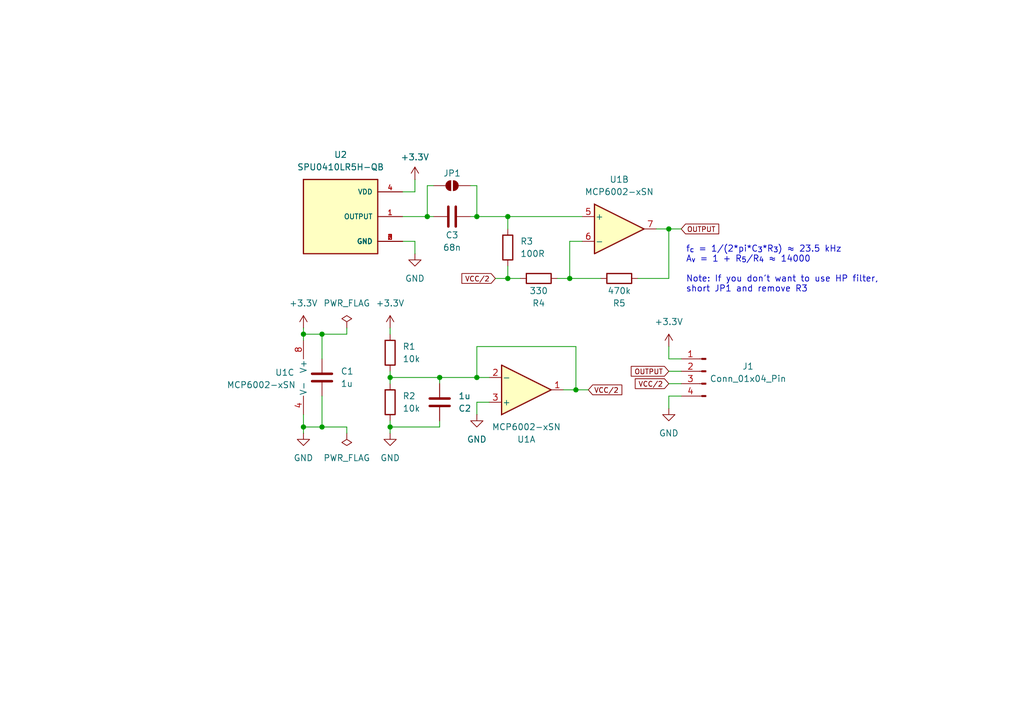
<source format=kicad_sch>
(kicad_sch (version 20231120) (generator "eeschema") (generator_version "8.0")
  (paper "A5")
  (title_block (title "SPU0410LR5H breakout board with HPF"))
  (lib_symbols
    (symbol "Amplifier_Operational:MCP6002-xSN" (pin_names (offset 0.127))
      (property "Reference" "U" (at 0 5.08 0))
      (property "Value" "MCP6002-xSN" (at 0 -5.08 0))
      (symbol "MCP6002-xSN_1_1"
        (polyline (pts (xy -5.08 5.08) (xy 5.08 0) (xy -5.08 -5.08) (xy -5.08 5.08)) (stroke (width 0.254)) (fill (type background)))
        (pin output line (at 7.62 0 180) (length 2.54) (name "~") (number "1"))
        (pin input line (at -7.62 -2.54 0) (length 2.54) (name "-") (number "2"))
        (pin input line (at -7.62 2.54 0) (length 2.54) (name "+") (number "3"))
      )
      (symbol "MCP6002-xSN_2_1"
        (polyline (pts (xy -5.08 5.08) (xy 5.08 0) (xy -5.08 -5.08) (xy -5.08 5.08)) (stroke (width 0.254)) (fill (type background)))
        (pin input line (at -7.62 2.54 0) (length 2.54) (name "+") (number "5"))
        (pin input line (at -7.62 -2.54 0) (length 2.54) (name "-") (number "6"))
        (pin output line (at 7.62 0 180) (length 2.54) (name "~") (number "7"))
      )
      (symbol "MCP6002-xSN_3_1"
        (pin power_in line (at -2.54 -7.62 90) (length 3.81) (name "V-") (number "4"))
        (pin power_in line (at -2.54 7.62 270) (length 3.81) (name "V+") (number "8"))
      )
    )
    (symbol "Connector:Conn_01x04_Pin" (pin_names (offset 1.016) hide)
      (property "Reference" "J" (at 0 5.08 0))
      (property "Value" "Conn_01x04_Pin" (at 0 -7.62 0))
      (symbol "Conn_01x04_Pin_1_1"
        (polyline (pts (xy 1.27 -5.08) (xy 0.8636 -5.08)) (stroke (width 0.1524)))
        (polyline (pts (xy 1.27 -2.54) (xy 0.8636 -2.54)) (stroke (width 0.1524)))
        (polyline (pts (xy 1.27 0) (xy 0.8636 0)) (stroke (width 0.1524)))
        (polyline (pts (xy 1.27 2.54) (xy 0.8636 2.54)) (stroke (width 0.1524)))
        (rectangle (start 0.8636 -4.953) (end 0 -5.207) (stroke (width 0.1524)) (fill (type outline)))
        (rectangle (start 0.8636 -2.413) (end 0 -2.667) (stroke (width 0.1524)) (fill (type outline)))
        (rectangle (start 0.8636 0.127) (end 0 -0.127) (stroke (width 0.1524)) (fill (type outline)))
        (rectangle (start 0.8636 2.667) (end 0 2.413) (stroke (width 0.1524)) (fill (type outline)))
        (pin passive line (at 5.08 2.54 180) (length 3.81) (name "Pin_1") (number "1"))
        (pin passive line (at 5.08 0 180) (length 3.81) (name "Pin_2") (number "2"))
        (pin passive line (at 5.08 -2.54 180) (length 3.81) (name "Pin_3") (number "3"))
        (pin passive line (at 5.08 -5.08 180) (length 3.81) (name "Pin_4") (number "4"))
      )
    )
    (symbol "Device:C" (pin_numbers hide) (pin_names (offset 0.254))
      (property "Reference" "C" (at 0.635 2.54 0))
      (property "Value" "C" (at 0.635 -2.54 0))
      (symbol "C_0_1"
        (polyline (pts (xy -2.032 -0.762) (xy 2.032 -0.762)) (stroke (width 0.508)))
        (polyline (pts (xy -2.032 0.762) (xy 2.032 0.762)) (stroke (width 0.508)))
      )
      (symbol "C_1_1"
        (pin passive line (at 0 3.81 270) (length 2.794) (name "~") (number "1"))
        (pin passive line (at 0 -3.81 90) (length 2.794) (name "~") (number "2"))
      )
    )
    (symbol "Device:R" (pin_numbers hide) (pin_names (offset 0))
      (property "Reference" "R" (at 2.032 0 90))
      (property "Value" "R" (at 0 0 90))
      (symbol "R_0_1"
        (rectangle (start -1.016 -2.54) (end 1.016 2.54) (stroke (width 0.254)))
      )
      (symbol "R_1_1"
        (pin passive line (at 0 3.81 270) (length 1.27) (name "~") (number "1"))
        (pin passive line (at 0 -3.81 90) (length 1.27) (name "~") (number "2"))
      )
    )
    (symbol "Jumper:SolderJumper_2_Open" (pin_numbers hide) (pin_names (offset 0) hide) (exclude_from_sim yes) (in_bom no)
      (property "Reference" "JP" (at 0 2.032 0))
      (property "Value" "SolderJumper_2_Open" (at 0 -2.54 0))
      (symbol "SolderJumper_2_Open_0_1"
        (arc (start -0.254 1.016) (mid -1.2656 0) (end -0.254 -1.016))
        (arc (start -0.254 1.016) (mid -1.2656 0) (end -0.254 -1.016) (fill (type outline)))
        (polyline (pts (xy -0.254 1.016) (xy -0.254 -1.016)))
        (polyline (pts (xy 0.254 1.016) (xy 0.254 -1.016)))
        (arc (start 0.254 -1.016) (mid 1.2656 0) (end 0.254 1.016))
        (arc (start 0.254 -1.016) (mid 1.2656 0) (end 0.254 1.016) (fill (type outline)))
      )
      (symbol "SolderJumper_2_Open_1_1"
        (pin passive line (at -3.81 0 0) (length 2.54) (name "A") (number "1"))
        (pin passive line (at 3.81 0 180) (length 2.54) (name "B") (number "2"))
      )
    )
    (symbol "SPU0410LR5H-QB:SPU0410LR5H-QB" (pin_names (offset 1.016))
      (property "Reference" "U" (at -7.62 7.62 0))
      (property "Value" "SPU0410LR5H-QB" (at -7.62 -10.16 0))
      (symbol "SPU0410LR5H-QB_0_0"
        (rectangle (start -7.62 -7.62) (end 7.62 7.62) (stroke (width 0.254)) (fill (type background)))
        (pin output line (at 12.7 0 180) (length 5.08) (name "OUTPUT") (number "1"))
        (pin power_in line (at 12.7 -5.08 180) (length 5.08) (name "GND") (number "2"))
        (pin power_in line (at 12.7 -5.08 180) (length 5.08) (name "GND") (number "3"))
        (pin power_in line (at 12.7 5.08 180) (length 5.08) (name "VDD") (number "4"))
        (pin power_in line (at 12.7 -5.08 180) (length 5.08) (name "GND") (number "5"))
        (pin power_in line (at 12.7 -5.08 180) (length 5.08) (name "GND") (number "6"))
      )
    )
    (symbol "power:+3.3V" (power) (pin_numbers hide) (pin_names (offset 0) hide)
      (property "Value" "+3.3V" (at 0 3.556 0))
      (symbol "+3.3V_0_1"
        (polyline (pts (xy -0.762 1.27) (xy 0 2.54)))
        (polyline (pts (xy 0 0) (xy 0 2.54)))
        (polyline (pts (xy 0 2.54) (xy 0.762 1.27)))
      )
      (symbol "+3.3V_1_1"
        (pin power_in line (at 0 0 90) (length 0) (name "~") (number "1"))
      )
    )
    (symbol "power:GND" (power) (pin_numbers hide) (pin_names (offset 0) hide)
      (property "Value" "GND" (at 0 -3.81 0))
      (symbol "GND_0_1"
        (polyline (pts (xy 0 0) (xy 0 -1.27) (xy 1.27 -1.27) (xy 0 -2.54) (xy -1.27 -1.27) (xy 0 -1.27)))
      )
      (symbol "GND_1_1"
        (pin power_in line (at 0 0 270) (length 0) (name "~") (number "1"))
      )
    )
    (symbol "power:PWR_FLAG" (power) (pin_numbers hide) (pin_names (offset 0) hide)
      (property "Value" "PWR_FLAG" (at 0 3.81 0))
      (symbol "PWR_FLAG_0_0"
        (pin power_out line (at 0 0 90) (length 0) (name "~") (number "1"))
      )
      (symbol "PWR_FLAG_0_1"
        (polyline (pts (xy 0 0) (xy 0 1.27) (xy -1.016 1.905) (xy 0 2.54) (xy 1.016 1.905) (xy 0 1.27)))
      )
    )
  )
  (junction (at 80.01 77.47))
  (junction (at 116.84 57.15))
  (junction (at 66.04 68.58))
  (junction (at 104.14 44.45))
  (junction (at 87.63 44.45))
  (junction (at 104.14 57.15))
  (junction (at 62.23 68.58))
  (junction (at 62.23 87.63))
  (junction (at 118.11 80.01))
  (junction (at 90.17 77.47))
  (junction (at 66.04 87.63))
  (junction (at 80.01 87.63))
  (junction (at 97.79 77.47))
  (junction (at 137.16 46.99))
  (junction (at 97.79 44.45))
  (wire (pts (xy 66.04 87.63) (xy 71.12 87.63)))
  (wire (pts (xy 82.55 44.45) (xy 87.63 44.45)))
  (wire (pts (xy 62.23 85.09) (xy 62.23 87.63)))
  (wire (pts (xy 82.55 39.37) (xy 85.09 39.37)))
  (wire (pts (xy 97.79 44.45) (xy 104.14 44.45)))
  (wire (pts (xy 85.09 52.07) (xy 85.09 49.53)))
  (wire (pts (xy 80.01 86.36) (xy 80.01 87.63)))
  (wire (pts (xy 96.52 38.1) (xy 97.79 38.1)))
  (wire (pts (xy 62.23 68.58) (xy 62.23 69.85)))
  (wire (pts (xy 115.57 80.01) (xy 118.11 80.01)))
  (wire (pts (xy 137.16 78.74) (xy 139.7 78.74)))
  (wire (pts (xy 71.12 87.63) (xy 71.12 88.9)))
  (wire (pts (xy 104.14 44.45) (xy 119.38 44.45)))
  (wire (pts (xy 66.04 68.58) (xy 66.04 73.66)))
  (wire (pts (xy 82.55 49.53) (xy 85.09 49.53)))
  (wire (pts (xy 88.9 38.1) (xy 87.63 38.1)))
  (wire (pts (xy 137.16 81.28) (xy 139.7 81.28)))
  (wire (pts (xy 116.84 57.15) (xy 123.19 57.15)))
  (wire (pts (xy 80.01 87.63) (xy 90.17 87.63)))
  (wire (pts (xy 137.16 71.12) (xy 137.16 73.66)))
  (wire (pts (xy 104.14 46.99) (xy 104.14 44.45)))
  (wire (pts (xy 116.84 49.53) (xy 116.84 57.15)))
  (wire (pts (xy 130.81 57.15) (xy 137.16 57.15)))
  (wire (pts (xy 137.16 73.66) (xy 139.7 73.66)))
  (wire (pts (xy 80.01 77.47) (xy 80.01 78.74)))
  (wire (pts (xy 97.79 82.55) (xy 100.33 82.55)))
  (wire (pts (xy 104.14 57.15) (xy 106.68 57.15)))
  (wire (pts (xy 97.79 77.47) (xy 100.33 77.47)))
  (wire (pts (xy 97.79 71.12) (xy 118.11 71.12)))
  (wire (pts (xy 87.63 44.45) (xy 88.9 44.45)))
  (wire (pts (xy 62.23 87.63) (xy 66.04 87.63)))
  (wire (pts (xy 66.04 81.28) (xy 66.04 87.63)))
  (wire (pts (xy 114.3 57.15) (xy 116.84 57.15)))
  (wire (pts (xy 101.6 57.15) (xy 104.14 57.15)))
  (wire (pts (xy 90.17 77.47) (xy 90.17 78.74)))
  (wire (pts (xy 80.01 67.31) (xy 80.01 68.58)))
  (wire (pts (xy 66.04 68.58) (xy 71.12 68.58)))
  (wire (pts (xy 137.16 76.2) (xy 139.7 76.2)))
  (wire (pts (xy 62.23 68.58) (xy 66.04 68.58)))
  (wire (pts (xy 104.14 54.61) (xy 104.14 57.15)))
  (wire (pts (xy 62.23 67.31) (xy 62.23 68.58)))
  (wire (pts (xy 87.63 38.1) (xy 87.63 44.45)))
  (wire (pts (xy 85.09 39.37) (xy 85.09 36.83)))
  (wire (pts (xy 137.16 57.15) (xy 137.16 46.99)))
  (wire (pts (xy 80.01 77.47) (xy 90.17 77.47)))
  (wire (pts (xy 116.84 49.53) (xy 119.38 49.53)))
  (wire (pts (xy 90.17 77.47) (xy 97.79 77.47)))
  (wire (pts (xy 96.52 44.45) (xy 97.79 44.45)))
  (wire (pts (xy 90.17 87.63) (xy 90.17 86.36)))
  (wire (pts (xy 80.01 87.63) (xy 80.01 88.9)))
  (wire (pts (xy 80.01 76.2) (xy 80.01 77.47)))
  (wire (pts (xy 137.16 46.99) (xy 134.62 46.99)))
  (wire (pts (xy 137.16 83.82) (xy 137.16 81.28)))
  (wire (pts (xy 71.12 68.58) (xy 71.12 67.31)))
  (wire (pts (xy 97.79 77.47) (xy 97.79 71.12)))
  (wire (pts (xy 97.79 38.1) (xy 97.79 44.45)))
  (wire (pts (xy 62.23 88.9) (xy 62.23 87.63)))
  (wire (pts (xy 137.16 46.99) (xy 139.7 46.99)))
  (wire (pts (xy 118.11 71.12) (xy 118.11 80.01)))
  (wire (pts (xy 97.79 85.09) (xy 97.79 82.55)))
  (wire (pts (xy 118.11 80.01) (xy 120.65 80.01)))
  (text_box "f_{c} = 1/(2*pi*C_{3}*R_{3}) ≈ 23.5 kHz\nA_{v} = 1 + R_{5}/R_{4} ≈ 14000\n\nNote: If you don't want to use HP filter, \nshort JP1 and remove R3" (at 139.7 52.07 0) (size 41.91 5.9929) (stroke (width -0.0001)) (effects (font (size 1.27 1.27)) (justify left)))
  (global_label "VCC{slash}2" (shape input) (at 120.65 80.01 0) (effects (font (size 1.016 1.016))) (property "Intersheetrefs" "${INTERSHEET_REFS}" (effects (hide yes))))
  (global_label "OUTPUT" (shape input) (at 139.7 46.99 0) (effects (font (size 1.016 1.016))) (property "Intersheetrefs" "${INTERSHEET_REFS}" (effects (hide yes))))
  (global_label "VCC{slash}2" (shape input) (at 137.16 78.74 180) (effects (font (size 1.016 1.016))) (property "Intersheetrefs" "${INTERSHEET_REFS}" (effects (hide yes))))
  (global_label "VCC{slash}2" (shape input) (at 101.6 57.15 180) (effects (font (size 1.016 1.016))) (property "Intersheetrefs" "${INTERSHEET_REFS}" (effects (hide yes))))
  (global_label "OUTPUT" (shape input) (at 137.16 76.2 180) (effects (font (size 1.016 1.016))) (property "Intersheetrefs" "${INTERSHEET_REFS}" (effects (hide yes))))
  (symbol (lib_id "Connector:Conn_01x04_Pin") (at 144.78 76.2 0) (mirror y) (unit 1)
    (property "Reference" "J1" (at 153.416 75.184 0))
    (property "Value" "Conn_01x04_Pin" (at 153.416 77.724 0))
    (property "Footprint" "Connector_PinSocket_2.54mm:PinSocket_1x04_P2.54mm_Vertical" (effects (hide yes)))
    (property "Description" "Generic connector, single row, 01x04, script generated" (effects (hide yes)))
  )
  (symbol (lib_id "Amplifier_Operational:MCP6002-xSN") (at 127 46.99 0) (unit 2)
    (property "Reference" "U1" (at 127 36.83 0))
    (property "Value" "MCP6002-xSN" (at 127 39.37 0))
    (property "Footprint" "Package_SO:SOIC-8_3.9x4.9mm_P1.27mm" (effects (hide yes)))
    (property "Datasheet" "http://ww1.microchip.com/downloads/en/DeviceDoc/21733j.pdf" (effects (hide yes)))
    (property "Description" "1MHz, Low-Power Op Amp, SOIC-8" (effects (hide yes)))
  )
  (symbol (lib_id "power:GND") (at 97.79 85.09 0) (unit 1)
    (property "Reference" "#PWR07" (effects (hide yes)))
    (property "Value" "GND" (at 97.79 90.17 0))
    (property "Description" "Power symbol creates a global label with name \"GND\" , ground" (effects (hide yes)))
  )
  (symbol (lib_id "SPU0410LR5H-QB:SPU0410LR5H-QB") (at 69.85 44.45 0) (unit 1)
    (property "Reference" "U2" (at 69.85 31.75 0))
    (property "Value" "SPU0410LR5H-QB" (at 69.85 34.29 0))
    (property "Footprint" "SPU0410LR5H-QB:XDCR_SPU0410LR5H-QB" (effects (hide yes)))
    (property "MF" "Knowles" (effects (hide yes)))
    (property "Description_1" "\n100 Hz ~ 80 kHz Analog Microphone MEMS (Silicon) 1.5 V ~ 3.6 V Omnidirectional (-38dB ±3dB @ 94dB SPL) Solder Pads\n" (effects (hide yes)))
    (property "Package" "None" (effects (hide yes)))
    (property "Price" "None" (effects (hide yes)))
    (property "Check_prices" "https://www.snapeda.com/parts/SPU0410LR5H-QB/Knowles/view-part/?ref=eda" (effects (hide yes)))
    (property "STANDARD" "Manufacturer Recommendations" (effects (hide yes)))
    (property "PARTREV" "H" (effects (hide yes)))
    (property "SnapEDA_Link" "https://www.snapeda.com/parts/SPU0410LR5H-QB/Knowles/view-part/?ref=snap" (effects (hide yes)))
    (property "MP" "SPU0410LR5H-QB" (effects (hide yes)))
    (property "Purchase-URL" "https://www.snapeda.com/api/url_track_click_mouser/?unipart_id=48340&manufacturer=Knowles&part_name=SPU0410LR5H-QB&search_term=None" (effects (hide yes)))
    (property "Availability" "In Stock" (effects (hide yes)))
    (property "MANUFACTURER" "KNOWLES" (effects (hide yes)))
  )
  (symbol (lib_id "Device:R") (at 110.49 57.15 90) (mirror x) (unit 1)
    (property "Reference" "R4" (at 110.49 62.23 90))
    (property "Value" "330" (at 110.49 59.69 90))
    (property "Footprint" "Resistor_SMD:R_0805_2012Metric" (effects (hide yes)))
    (property "Description" "Resistor" (effects (hide yes)))
  )
  (symbol (lib_id "Amplifier_Operational:MCP6002-xSN") (at 64.77 77.47 0) (unit 3)
    (property "Reference" "U1" (at 56.388 76.454 0) (effects (justify left)))
    (property "Value" "MCP6002-xSN" (at 46.482 78.994 0) (effects (justify left)))
    (property "Footprint" "Package_SO:SOIC-8_3.9x4.9mm_P1.27mm" (effects (hide yes)))
    (property "Datasheet" "http://ww1.microchip.com/downloads/en/DeviceDoc/21733j.pdf" (effects (hide yes)))
    (property "Description" "1MHz, Low-Power Op Amp, SOIC-8" (effects (hide yes)))
  )
  (symbol (lib_id "Device:C") (at 92.71 44.45 270) (unit 1)
    (property "Reference" "C3" (at 92.71 48.26 90))
    (property "Value" "68n" (at 92.71 50.8 90))
    (property "Footprint" "Capacitor_SMD:C_0805_2012Metric" (effects (hide yes)))
    (property "Description" "Unpolarized capacitor" (effects (hide yes)))
  )
  (symbol (lib_id "power:+3.3V") (at 80.01 67.31 0) (unit 1)
    (property "Reference" "#PWR03" (effects (hide yes)))
    (property "Value" "+3.3V" (at 80.01 62.23 0))
    (property "Description" "Power symbol creates a global label with name \"+3.3V\"" (effects (hide yes)))
  )
  (symbol (lib_id "power:GND") (at 80.01 88.9 0) (unit 1)
    (property "Reference" "#PWR04" (effects (hide yes)))
    (property "Value" "GND" (at 80.01 93.98 0))
    (property "Description" "Power symbol creates a global label with name \"GND\" , ground" (effects (hide yes)))
  )
  (symbol (lib_id "Device:R") (at 127 57.15 90) (mirror x) (unit 1)
    (property "Reference" "R5" (at 127 62.23 90))
    (property "Value" "470k" (at 127 59.69 90))
    (property "Footprint" "Resistor_SMD:R_0805_2012Metric" (effects (hide yes)))
    (property "Description" "Resistor" (effects (hide yes)))
  )
  (symbol (lib_id "Jumper:SolderJumper_2_Open") (at 92.71 38.1 0) (unit 1) (exclude_from_sim yes) (in_bom no)
    (property "Reference" "JP1" (at 92.71 35.56 0))
    (property "Value" "SolderJumper_2_Open" (effects (hide yes)))
    (property "Footprint" "Jumper:SolderJumper-2_P1.3mm_Open_RoundedPad1.0x1.5mm" (effects (hide yes)))
    (property "Description" "Solder Jumper, 2-pole, open" (effects (hide yes)))
  )
  (symbol (lib_id "power:PWR_FLAG") (at 71.12 67.31 0) (unit 1)
    (property "Reference" "#FLG01" (effects (hide yes)))
    (property "Value" "PWR_FLAG" (at 71.12 62.23 0))
    (property "Description" "Special symbol for telling ERC where power comes from" (effects (hide yes)))
  )
  (symbol (lib_id "power:GND") (at 62.23 88.9 0) (unit 1)
    (property "Reference" "#PWR02" (effects (hide yes)))
    (property "Value" "GND" (at 62.23 93.98 0))
    (property "Description" "Power symbol creates a global label with name \"GND\" , ground" (effects (hide yes)))
  )
  (symbol (lib_id "power:+3.3V") (at 62.23 67.31 0) (unit 1)
    (property "Reference" "#PWR01" (effects (hide yes)))
    (property "Value" "+3.3V" (at 62.23 62.23 0))
    (property "Description" "Power symbol creates a global label with name \"+3.3V\"" (effects (hide yes)))
  )
  (symbol (lib_id "Device:C") (at 66.04 77.47 0) (unit 1)
    (property "Reference" "C1" (at 69.85 76.1999 0) (effects (justify left)))
    (property "Value" "1u" (at 69.85 78.7399 0) (effects (justify left)))
    (property "Footprint" "Capacitor_SMD:C_0805_2012Metric" (effects (hide yes)))
    (property "Description" "Unpolarized capacitor" (effects (hide yes)))
  )
  (symbol (lib_id "power:+3.3V") (at 137.16 71.12 0) (unit 1)
    (property "Reference" "#PWR08" (effects (hide yes)))
    (property "Value" "+3.3V" (at 137.16 66.04 0))
    (property "Description" "Power symbol creates a global label with name \"+3.3V\"" (effects (hide yes)))
  )
  (symbol (lib_id "Device:R") (at 80.01 82.55 0) (unit 1)
    (property "Reference" "R2" (at 82.55 81.2799 0) (effects (justify left)))
    (property "Value" "10k" (at 82.55 83.8199 0) (effects (justify left)))
    (property "Footprint" "Resistor_SMD:R_0805_2012Metric" (effects (hide yes)))
    (property "Description" "Resistor" (effects (hide yes)))
  )
  (symbol (lib_id "power:GND") (at 85.09 52.07 0) (unit 1)
    (property "Reference" "#PWR06" (effects (hide yes)))
    (property "Value" "GND" (at 85.09 57.15 0))
    (property "Description" "Power symbol creates a global label with name \"GND\" , ground" (effects (hide yes)))
  )
  (symbol (lib_id "power:GND") (at 137.16 83.82 0) (unit 1)
    (property "Reference" "#PWR09" (effects (hide yes)))
    (property "Value" "GND" (at 137.16 88.9 0))
    (property "Description" "Power symbol creates a global label with name \"GND\" , ground" (effects (hide yes)))
  )
  (symbol (lib_id "Device:R") (at 104.14 50.8 180) (unit 1)
    (property "Reference" "R3" (at 106.68 49.5299 0) (effects (justify right)))
    (property "Value" "100R" (at 106.68 52.0699 0) (effects (justify right)))
    (property "Footprint" "Resistor_SMD:R_0805_2012Metric" (effects (hide yes)))
    (property "Description" "Resistor" (effects (hide yes)))
  )
  (symbol (lib_id "Amplifier_Operational:MCP6002-xSN") (at 107.95 80.01 0) (mirror x) (unit 1)
    (property "Reference" "U1" (at 107.95 90.17 0))
    (property "Value" "MCP6002-xSN" (at 107.95 87.63 0))
    (property "Footprint" "Package_SO:SOIC-8_3.9x4.9mm_P1.27mm" (effects (hide yes)))
    (property "Datasheet" "http://ww1.microchip.com/downloads/en/DeviceDoc/21733j.pdf" (effects (hide yes)))
    (property "Description" "1MHz, Low-Power Op Amp, SOIC-8" (effects (hide yes)))
  )
  (symbol (lib_id "power:+3.3V") (at 85.09 36.83 0) (unit 1)
    (property "Reference" "#PWR05" (effects (hide yes)))
    (property "Value" "+3.3V" (at 85.09 32.258 0))
    (property "Description" "Power symbol creates a global label with name \"+3.3V\"" (effects (hide yes)))
  )
  (symbol (lib_id "Device:R") (at 80.01 72.39 0) (unit 1)
    (property "Reference" "R1" (at 82.55 71.1199 0) (effects (justify left)))
    (property "Value" "10k" (at 82.55 73.6599 0) (effects (justify left)))
    (property "Footprint" "Resistor_SMD:R_0805_2012Metric" (effects (hide yes)))
    (property "Description" "Resistor" (effects (hide yes)))
  )
  (symbol (lib_id "Device:C") (at 90.17 82.55 0) (mirror x) (unit 1)
    (property "Reference" "C2" (at 93.98 83.8201 0) (effects (justify left)))
    (property "Value" "1u" (at 93.98 81.2801 0) (effects (justify left)))
    (property "Footprint" "Capacitor_SMD:C_0805_2012Metric" (effects (hide yes)))
    (property "Description" "Unpolarized capacitor" (effects (hide yes)))
  )
  (symbol (lib_id "power:PWR_FLAG") (at 71.12 88.9 180) (unit 1)
    (property "Reference" "#FLG02" (effects (hide yes)))
    (property "Value" "PWR_FLAG" (at 71.12 93.98 0))
    (property "Description" "Special symbol for telling ERC where power comes from" (effects (hide yes)))
  )
)
</source>
